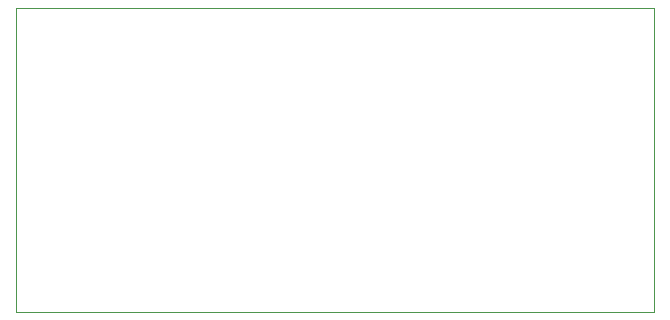
<source format=gbr>
%TF.GenerationSoftware,KiCad,Pcbnew,(5.1.6)-1*%
%TF.CreationDate,2022-05-26T19:01:38-04:00*%
%TF.ProjectId,sensor_v1,73656e73-6f72-45f7-9631-2e6b69636164,rev?*%
%TF.SameCoordinates,Original*%
%TF.FileFunction,Profile,NP*%
%FSLAX46Y46*%
G04 Gerber Fmt 4.6, Leading zero omitted, Abs format (unit mm)*
G04 Created by KiCad (PCBNEW (5.1.6)-1) date 2022-05-26 19:01:38*
%MOMM*%
%LPD*%
G01*
G04 APERTURE LIST*
%TA.AperFunction,Profile*%
%ADD10C,0.050000*%
%TD*%
G04 APERTURE END LIST*
D10*
X93726000Y-96139000D02*
X89027000Y-96139000D01*
X93726000Y-70358000D02*
X89027000Y-70358000D01*
X143002000Y-70358000D02*
X93726000Y-70358000D01*
X143002000Y-96139000D02*
X143002000Y-70358000D01*
X93726000Y-96139000D02*
X143002000Y-96139000D01*
X89027000Y-70358000D02*
X89027000Y-96139000D01*
M02*

</source>
